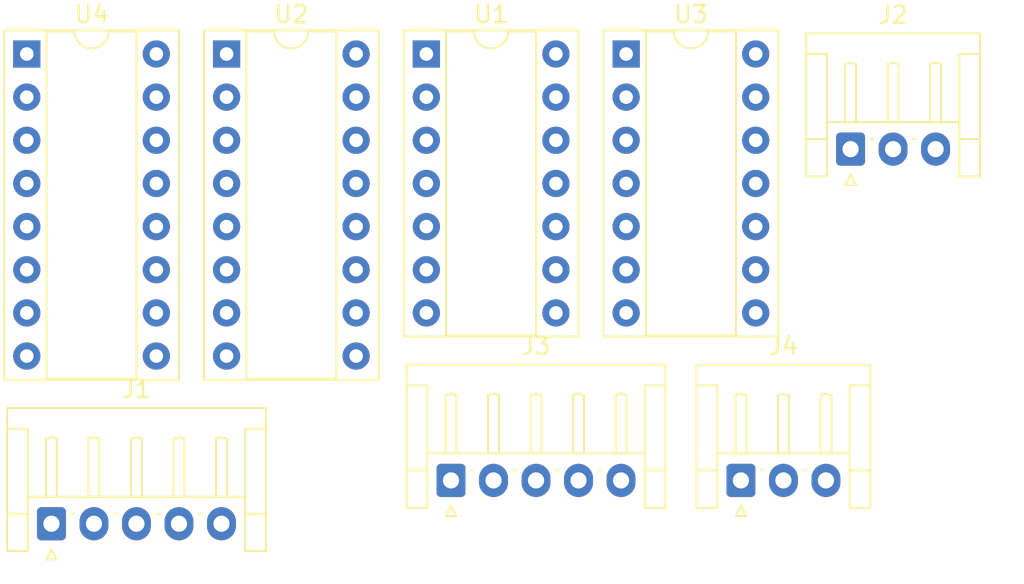
<source format=kicad_pcb>
(kicad_pcb (version 20211014) (generator pcbnew)
  (layers (0 "F.Cu" signal) (31 "B.Cu" signal) (34 "B.Paste" user) (35 "F.Paste" user) (36 "B.SilkS" user "B.Silkscreen") (37 "F.SilkS" user "F.Silkscreen") (38 "B.Mask" user) (39 "F.Mask" user) (44 "Edge.Cuts" user))
  (net 0 "")
  (net 1 "GND")
  (net 2 "VCC")
  (net 3 "Bn")
  (net 4 "An")
  (net 5 "Net-(J1-Pad5)")
  (net 6 "Sn")
  (net 7 "Cn")
  (net 8 "Net-(U1-Pad2)")
  (net 9 "Net-(J3-Pad5)")
  (net 10 "Dn")
  (net 11 "Born")
  (net 12 "Net-(U3-Pad2)")
  (footprint "Connector_JST:JST_EH_S5B-EH_1x05_P2.50mm_Horizontal" (layer "F.Cu") (at 140.34 106.67)
    (fp_text reference "J3" (at 5 -7.9) (layer "F.SilkS"))
    (fp_text value "Conn_01x05_Female")
    (fp_line (start 7.5 -5.09) (end 7.82 -5.01) (layer "F.SilkS") (width 0.12))
    (fp_line (start -0.32 -5.01) (end 0 -5.09) (layer "F.SilkS") (width 0.12))
    (fp_line (start 10.32 -1.59) (end 10 -1.59) (layer "F.SilkS") (width 0.12))
    (fp_line (start -0.32 -1.59) (end -0.32 -5.01) (layer "F.SilkS") (width 0.12))
    (fp_line (start 0 1.5) (end -0.3 2.1) (layer "F.SilkS") (width 0.12))
    (fp_line (start 12.61 -5.59) (end 11.39 -5.59) (layer "F.SilkS") (width 0.12))
    (fp_line (start -1.39 1.61) (end -2.61 1.61) (layer "F.SilkS") (width 0.12))
    (fp_line (start 2.18 -5.01) (end 2.5 -5.09) (layer "F.SilkS") (width 0.12))
    (fp_line (start 0.32 -5.01) (end 0.32 -1.59) (layer "F.SilkS") (width 0.12))
    (fp_line (start 5.32 -5.01) (end 5.32 -1.59) (layer "F.SilkS") (width 0.12))
    (fp_line (start 7.5 -1.59) (end 7.18 -1.59) (layer "F.SilkS") (width 0.12))
    (fp_line (start 11.39 1.61) (end 11.39 -0.59) (layer "F.SilkS") (width 0.12))
    (fp_line (start 3.67 -0.59) (end 3.83 -0.59) (layer "F.SilkS") (width 0.12))
    (fp_line (start 4.68 -1.59) (end 4.68 -5.01) (layer "F.SilkS") (width 0.12))
    (fp_line (start 6.17 -0.59) (end 6.33 -0.59) (layer "F.SilkS") (width 0.12))
    (fp_line (start -1.39 -0.59) (end -1.39 1.61) (layer "F.SilkS") (width 0.12))
    (fp_line (start 0.32 -1.59) (end 0 -1.59) (layer "F.SilkS") (width 0.12))
    (fp_line (start -2.61 -6.81) (end 12.61 -6.81) (layer "F.SilkS") (width 0.12))
    (fp_line (start 0 -5.09) (end 0.32 -5.01) (layer "F.SilkS") (width 0.12))
    (fp_line (start 2.82 -1.59) (end 2.5 -1.59) (layer "F.SilkS") (width 0.12))
    (fp_line (start 4.68 -5.01) (end 5 -5.09) (layer "F.SilkS") (width 0.12))
    (fp_line (start 11.39 -0.59) (end 12.61 -0.59) (layer "F.SilkS") (width 0.12))
    (fp_line (start 5.32 -1.59) (end 5 -1.59) (layer "F.SilkS") (width 0.12))
    (fp_line (start 9.68 -5.01) (end 10 -5.09) (layer "F.SilkS") (width 0.12))
    (fp_line (start 2.18 -1.59) (end 2.18 -5.01) (layer "F.SilkS") (width 0.12))
    (fp_line (start 7.82 -5.01) (end 7.82 -1.59) (layer "F.SilkS") (width 0.12))
    (fp_line (start 0.3 2.1) (end 0 1.5) (layer "F.SilkS") (width 0.12))
    (fp_line (start 7.18 -5.01) (end 7.5 -5.09) (layer "F.SilkS") (width 0.12))
    (fp_line (start 1.17 -0.59) (end 1.33 -0.59) (layer "F.SilkS") (width 0.12))
    (fp_line (start -1.39 -5.59) (end -1.39 -0.59) (layer "F.SilkS") (width 0.12))
    (fp_line (start 10 -5.09) (end 10.32 -5.01) (layer "F.SilkS") (width 0.12))
    (fp_line (start 11.39 -5.59) (end 11.39 -0.59) (layer "F.SilkS") (width 0.12))
    (fp_line (start -2.61 -5.59) (end -1.39 -5.59) (layer "F.SilkS") (width 0.12))
    (fp_line (start -1.39 -0.59) (end -2.61 -0.59) (layer "F.SilkS") (width 0.12))
    (fp_line (start -0.3 2.1) (end 0.3 2.1) (layer "F.SilkS") (width 0.12))
    (fp_line (start -2.61 1.61) (end -2.61 -6.81) (layer "F.SilkS") (width 0.12))
    (fp_line (start 2.82 -5.01) (end 2.82 -1.59) (layer "F.SilkS") (width 0.12))
    (fp_line (start 7.82 -1.59) (end 7.5 -1.59) (layer "F.SilkS") (width 0.12))
    (fp_line (start 10.32 -5.01) (end 10.32 -1.59) (layer "F.SilkS") (width 0.12))
    (fp_line (start 8.67 -0.59) (end 8.83 -0.59) (layer "F.SilkS") (width 0.12))
    (fp_line (start 5 -5.09) (end 5.32 -5.01) (layer "F.SilkS") (width 0.12))
    (fp_line (start 5 -1.59) (end 4.68 -1.59) (layer "F.SilkS") (width 0.12))
    (fp_line (start 12.61 -6.81) (end 12.61 1.61) (layer "F.SilkS") (width 0.12))
    (fp_line (start -1.39 -1.59) (end 11.39 -1.59) (layer "F.SilkS") (width 0.12))
    (fp_line (start 0 -1.59) (end -0.32 -1.59) (layer "F.SilkS") (width 0.12))
    (fp_line (start 12.61 1.61) (end 11.39 1.61) (layer "F.SilkS") (width 0.12))
    (fp_line (start 2.5 -5.09) (end 2.82 -5.01) (layer "F.SilkS") (width 0.12))
    (fp_line (start 2.5 -1.59) (end 2.18 -1.59) (layer "F.SilkS") (width 0.12))
    (fp_line (start 7.18 -1.59) (end 7.18 -5.01) (layer "F.SilkS") (width 0.12))
    (fp_line (start 9.68 -1.59) (end 9.68 -5.01) (layer "F.SilkS") (width 0.12))
    (fp_line (start 10 -1.59) (end 9.68 -1.59) (layer "F.SilkS") (width 0.12))
    (pad "1" thru_hole roundrect (at 0 0) (size 1.7 1.95) (drill 0.95) (layers *.Cu *.Mask) (roundrect_rratio 0.147059) (net 1 "GND"))
    (pad "2" thru_hole oval (at 2.5 0) (size 1.7 1.95) (drill 0.95) (layers *.Cu *.Mask) (net 2 "VCC"))
    (pad "3" thru_hole oval (at 5 0) (size 1.7 1.95) (drill 0.95) (layers *.Cu *.Mask) (net 3 "Bn"))
    (pad "4" thru_hole oval (at 7.5 0) (size 1.7 1.95) (drill 0.95) (layers *.Cu *.Mask) (net 4 "An"))
    (pad "5" thru_hole oval (at 10 0) (size 1.7 1.95) (drill 0.95) (layers *.Cu *.Mask) (net 9 "Net-(J3-Pad5)"))
  )
  (footprint "Package_DIP:DIP-16_W7.62mm_Socket" (layer "F.Cu") (at 127.14 81.57)
    (fp_text reference "U2" (at 3.81 -2.33) (layer "F.SilkS"))
    (fp_text value "74153")
    (fp_line (start 6.46 -1.33) (end 4.81 -1.33) (layer "F.SilkS") (width 0.12))
    (fp_line (start 8.95 19.17) (end 8.95 -1.39) (layer "F.SilkS") (width 0.12))
    (fp_line (start 8.95 -1.39) (end -1.33 -1.39) (layer "F.SilkS") (width 0.12))
    (fp_line (start 1.16 19.11) (end 6.46 19.11) (layer "F.SilkS") (width 0.12))
    (fp_line (start 6.46 19.11) (end 6.46 -1.33) (layer "F.SilkS") (width 0.12))
    (fp_line (start -1.33 -1.39) (end -1.33 19.17) (layer "F.SilkS") (width 0.12))
    (fp_line (start 1.16 -1.33) (end 1.16 19.11) (layer "F.SilkS") (width 0.12))
    (fp_line (start 2.81 -1.33) (end 1.16 -1.33) (layer "F.SilkS") (width 0.12))
    (fp_line (start -1.33 19.17) (end 8.95 19.17) (layer "F.SilkS") (width 0.12))
    (fp_arc (start 4.81 -1.33) (mid 3.81 -0.33) (end 2.81 -1.33) (layer "F.SilkS") (width 0.12))
    (pad "1" thru_hole rect (at 0 0) (size 1.6 1.6) (drill 0.8) (layers *.Cu *.Mask) (net 1 "GND"))
    (pad "2" thru_hole oval (at 0 2.54) (size 1.6 1.6) (drill 0.8) (layers *.Cu *.Mask) (net 4 "An"))
    (pad "3" thru_hole oval (at 0 5.08) (size 1.6 1.6) (drill 0.8) (layers *.Cu *.Mask) (net 5 "Net-(J1-Pad5)"))
    (pad "4" thru_hole oval (at 0 7.62) (size 1.6 1.6) (drill 0.8) (layers *.Cu *.Mask) (net 8 "Net-(U1-Pad2)"))
    (pad "5" thru_hole oval (at 0 10.16) (size 1.6 1.6) (drill 0.8) (layers *.Cu *.Mask) (net 8 "Net-(U1-Pad2)"))
    (pad "6" thru_hole oval (at 0 12.7) (size 1.6 1.6) (drill 0.8) (layers *.Cu *.Mask) (net 5 "Net-(J1-Pad5)"))
    (pad "7" thru_hole oval (at 0 15.24) (size 1.6 1.6) (drill 0.8) (layers *.Cu *.Mask) (net 6 "Sn"))
    (pad "8" thru_hole oval (at 0 17.78) (size 1.6 1.6) (drill 0.8) (layers *.Cu *.Mask) (net 1 "GND"))
    (pad "9" thru_hole oval (at 7.62 17.78) (size 1.6 1.6) (drill 0.8) (layers *.Cu *.Mask) (net 7 "Cn"))
    (pad "10" thru_hole oval (at 7.62 15.24) (size 1.6 1.6) (drill 0.8) (layers *.Cu *.Mask) (net 1 "GND"))
    (pad "11" thru_hole oval (at 7.62 12.7) (size 1.6 1.6) (drill 0.8) (layers *.Cu *.Mask) (net 5 "Net-(J1-Pad5)"))
    (pad "12" thru_hole oval (at 7.62 10.16) (size 1.6 1.6) (drill 0.8) (layers *.Cu *.Mask) (net 5 "Net-(J1-Pad5)"))
    (pad "13" thru_hole oval (at 7.62 7.62) (size 1.6 1.6) (drill 0.8) (layers *.Cu *.Mask) (net 2 "VCC"))
    (pad "14" thru_hole oval (at 7.62 5.08) (size 1.6 1.6) (drill 0.8) (layers *.Cu *.Mask) (net 3 "Bn"))
    (pad "15" thru_hole oval (at 7.62 2.54) (size 1.6 1.6) (drill 0.8) (layers *.Cu *.Mask) (net 1 "GND"))
    (pad "16" thru_hole oval (at 7.62 0) (size 1.6 1.6) (drill 0.8) (layers *.Cu *.Mask) (net 2 "VCC"))
  )
  (footprint "Connector_JST:JST_EH_S3B-EH_1x03_P2.50mm_Horizontal" (layer "F.Cu") (at 163.84 87.17)
    (fp_text reference "J2" (at 2.5 -7.9) (layer "F.SilkS"))
    (fp_text value "Conn_01x03_Female")
    (fp_line (start 5.32 -1.59) (end 5 -1.59) (layer "F.SilkS") (width 0.12))
    (fp_line (start -1.39 -0.59) (end -1.39 1.61) (layer "F.SilkS") (width 0.12))
    (fp_line (start -1.39 1.61) (end -2.61 1.61) (layer "F.SilkS") (width 0.12))
    (fp_line (start 7.61 -5.59) (end 6.39 -5.59) (layer "F.SilkS") (width 0.12))
    (fp_line (start 5 -5.09) (end 5.32 -5.01) (layer "F.SilkS") (width 0.12))
    (fp_line (start 4.68 -1.59) (end 4.68 -5.01) (layer "F.SilkS") (width 0.12))
    (fp_line (start 5.32 -5.01) (end 5.32 -1.59) (layer "F.SilkS") (width 0.12))
    (fp_line (start 7.61 1.61) (end 6.39 1.61) (layer "F.SilkS") (width 0.12))
    (fp_line (start -1.39 -1.59) (end 6.39 -1.59) (layer "F.SilkS") (width 0.12))
    (fp_line (start 5 -1.59) (end 4.68 -1.59) (layer "F.SilkS") (width 0.12))
    (fp_line (start 4.68 -5.01) (end 5 -5.09) (layer "F.SilkS") (width 0.12))
    (fp_line (start 0.32 -5.01) (end 0.32 -1.59) (layer "F.SilkS") (width 0.12))
    (fp_line (start 1.17 -0.59) (end 1.33 -0.59) (layer "F.SilkS") (width 0.12))
    (fp_line (start 6.39 1.61) (end 6.39 -0.59) (layer "F.SilkS") (width 0.12))
    (fp_line (start 6.39 -5.59) (end 6.39 -0.59) (layer "F.SilkS") (width 0.12))
    (fp_line (start -2.61 -6.81) (end 7.61 -6.81) (layer "F.SilkS") (width 0.12))
    (fp_line (start 0.3 2.1) (end 0 1.5) (layer "F.SilkS") (width 0.12))
    (fp_line (start -2.61 1.61) (end -2.61 -6.81) (layer "F.SilkS") (width 0.12))
    (fp_line (start 0 -1.59) (end -0.32 -1.59) (layer "F.SilkS") (width 0.12))
    (fp_line (start 0 1.5) (end -0.3 2.1) (layer "F.SilkS") (width 0.12))
    (fp_line (start -1.39 -5.59) (end -1.39 -0.59) (layer "F.SilkS") (width 0.12))
    (fp_line (start -1.39 -0.59) (end -2.61 -0.59) (layer "F.SilkS") (width 0.12))
    (fp_line (start 2.5 -5.09) (end 2.82 -5.01) (layer "F.SilkS") (width 0.12))
    (fp_line (start 0 -5.09) (end 0.32 -5.01) (layer "F.SilkS") (width 0.12))
    (fp_line (start 3.67 -0.59) (end 3.83 -0.59) (layer "F.SilkS") (width 0.12))
    (fp_line (start -2.61 -5.59) (end -1.39 -5.59) (layer "F.SilkS") (width 0.12))
    (fp_line (start 0.32 -1.59) (end 0 -1.59) (layer "F.SilkS") (width 0.12))
    (fp_line (start -0.32 -5.01) (end 0 -5.09) (layer "F.SilkS") (width 0.12))
    (fp_line (start 2.5 -1.59) (end 2.18 -1.59) (layer "F.SilkS") (width 0.12))
    (fp_line (start 7.61 -6.81) (end 7.61 1.61) (layer "F.SilkS") (width 0.12))
    (fp_line (start 2.82 -1.59) (end 2.5 -1.59) (layer "F.SilkS") (width 0.12))
    (fp_line (start 2.18 -5.01) (end 2.5 -5.09) (layer "F.SilkS") (width 0.12))
    (fp_line (start 2.82 -5.01) (end 2.82 -1.59) (layer "F.SilkS") (width 0.12))
    (fp_line (start -0.3 2.1) (end 0.3 2.1) (layer "F.SilkS") (width 0.12))
    (fp_line (start -0.32 -1.59) (end -0.32 -5.01) (layer "F.SilkS") (width 0.12))
    (fp_line (start 2.18 -1.59) (end 2.18 -5.01) (layer "F.SilkS") (width 0.12))
    (fp_line (start 6.39 -0.59) (end 7.61 -0.59) (layer "F.SilkS") (width 0.12))
    (pad "1" thru_hole roundrect (at 0 0) (size 1.7 1.95) (drill 0.95) (layers *.Cu *.Mask) (roundrect_rratio 0.147059) (net 6 "Sn"))
    (pad "2" thru_hole oval (at 2.5 0) (size 1.7 1.95) (drill 0.95) (layers *.Cu *.Mask) (net 7 "Cn"))
    (pad "3" thru_hole oval (at 5 0) (size 1.7 1.95) (drill 0.95) (layers *.Cu *.Mask) (net 1 "GND"))
  )
  (footprint "Connector_JST:JST_EH_S5B-EH_1x05_P2.50mm_Horizontal" (layer "F.Cu") (at 116.84 109.22)
    (fp_text reference "J1" (at 5 -7.9) (layer "F.SilkS"))
    (fp_text value "Conn_01x05_Female")
    (fp_line (start 5 -1.59) (end 4.68 -1.59) (layer "F.SilkS") (width 0.12))
    (fp_line (start -0.3 2.1) (end 0.3 2.1) (layer "F.SilkS") (width 0.12))
    (fp_line (start 5 -5.09) (end 5.32 -5.01) (layer "F.SilkS") (width 0.12))
    (fp_line (start -1.39 -0.59) (end -2.61 -0.59) (layer "F.SilkS") (width 0.12))
    (fp_line (start 0 -1.59) (end -0.32 -1.59) (layer "F.SilkS") (width 0.12))
    (fp_line (start 7.5 -1.59) (end 7.18 -1.59) (layer "F.SilkS") (width 0.12))
    (fp_line (start 12.61 -6.81) (end 12.61 1.61) (layer "F.SilkS") (width 0.12))
    (fp_line (start 5.32 -1.59) (end 5 -1.59) (layer "F.SilkS") (width 0.12))
    (fp_line (start 10 -1.59) (end 9.68 -1.59) (layer "F.SilkS") (width 0.12))
    (fp_line (start 7.5 -5.09) (end 7.82 -5.01) (layer "F.SilkS") (width 0.12))
    (fp_line (start 7.18 -1.59) (end 7.18 -5.01) (layer "F.SilkS") (width 0.12))
    (fp_line (start 12.61 -5.59) (end 11.39 -5.59) (layer "F.SilkS") (width 0.12))
    (fp_line (start 2.5 -5.09) (end 2.82 -5.01) (layer "F.SilkS") (width 0.12))
    (fp_line (start -0.32 -5.01) (end 0 -5.09) (layer "F.SilkS") (width 0.12))
    (fp_line (start -2.61 -5.59) (end -1.39 -5.59) (layer "F.SilkS") (width 0.12))
    (fp_line (start 2.82 -5.01) (end 2.82 -1.59) (layer "F.SilkS") (width 0.12))
    (fp_line (start 7.82 -5.01) (end 7.82 -1.59) (layer "F.SilkS") (width 0.12))
    (fp_line (start 0 -5.09) (end 0.32 -5.01) (layer "F.SilkS") (width 0.12))
    (fp_line (start 9.68 -5.01) (end 10 -5.09) (layer "F.SilkS") (width 0.12))
    (fp_line (start 11.39 -0.59) (end 12.61 -0.59) (layer "F.SilkS") (width 0.12))
    (fp_line (start 0 1.5) (end -0.3 2.1) (layer "F.SilkS") (width 0.12))
    (fp_line (start -1.39 -1.59) (end 11.39 -1.59) (layer "F.SilkS") (width 0.12))
    (fp_line (start 1.17 -0.59) (end 1.33 -0.59) (layer "F.SilkS") (width 0.12))
    (fp_line (start 10.32 -5.01) (end 10.32 -1.59) (layer "F.SilkS") (width 0.12))
    (fp_line (start 3.67 -0.59) (end 3.83 -0.59) (layer "F.SilkS") (width 0.12))
    (fp_line (start -0.32 -1.59) (end -0.32 -5.01) (layer "F.SilkS") (width 0.12))
    (fp_line (start 0.32 -1.59) (end 0 -1.59) (layer "F.SilkS") (width 0.12))
    (fp_line (start -1.39 -0.59) (end -1.39 1.61) (layer "F.SilkS") (width 0.12))
    (fp_line (start 2.5 -1.59) (end 2.18 -1.59) (layer "F.SilkS") (width 0.12))
    (fp_line (start 6.17 -0.59) (end 6.33 -0.59) (layer "F.SilkS") (width 0.12))
    (fp_line (start 11.39 -5.59) (end 11.39 -0.59) (layer "F.SilkS") (width 0.12))
    (fp_line (start -2.61 1.61) (end -2.61 -6.81) (layer "F.SilkS") (width 0.12))
    (fp_line (start 7.82 -1.59) (end 7.5 -1.59) (layer "F.SilkS") (width 0.12))
    (fp_line (start 4.68 -5.01) (end 5 -5.09) (layer "F.SilkS") (width 0.12))
    (fp_line (start 10 -5.09) (end 10.32 -5.01) (layer "F.SilkS") (width 0.12))
    (fp_line (start 7.18 -5.01) (end 7.5 -5.09) (layer "F.SilkS") (width 0.12))
    (fp_line (start 2.18 -1.59) (end 2.18 -5.01) (layer "F.SilkS") (width 0.12))
    (fp_line (start 10.32 -1.59) (end 10 -1.59) (layer "F.SilkS") (width 0.12))
    (fp_line (start 12.61 1.61) (end 11.39 1.61) (layer "F.SilkS") (width 0.12))
    (fp_line (start 0.3 2.1) (end 0 1.5) (layer "F.SilkS") (width 0.12))
    (fp_line (start 0.32 -5.01) (end 0.32 -1.59) (layer "F.SilkS") (width 0.12))
    (fp_line (start 11.39 1.61) (end 11.39 -0.59) (layer "F.SilkS") (width 0.12))
    (fp_line (start 5.32 -5.01) (end 5.32 -1.59) (layer "F.SilkS") (width 0.12))
    (fp_line (start 8.67 -0.59) (end 8.83 -0.59) (layer "F.SilkS") (width 0.12))
    (fp_line (start -2.61 -6.81) (end 12.61 -6.81) (layer "F.SilkS") (width 0.12))
    (fp_line (start -1.39 -5.59) (end -1.39 -0.59) (layer "F.SilkS") (width 0.12))
    (fp_line (start -1.39 1.61) (end -2.61 1.61) (layer "F.SilkS") (width 0.12))
    (fp_line (start 9.68 -1.59) (end 9.68 -5.01) (layer "F.SilkS") (width 0.12))
    (fp_line (start 2.18 -5.01) (end 2.5 -5.09) (layer "F.SilkS") (width 0.12))
    (fp_line (start 4.68 -1.59) (end 4.68 -5.01) (layer "F.SilkS") (width 0.12))
    (fp_line (start 2.82 -1.59) (end 2.5 -1.59) (layer "F.SilkS") (width 0.12))
    (pad "1" thru_hole roundrect (at 0 0) (size 1.7 1.95) (drill 0.95) (layers *.Cu *.Mask) (roundrect_rratio 0.147059) (net 1 "GND"))
    (pad "2" thru_hole oval (at 2.5 0) (size 1.7 1.95) (drill 0.95) (layers *.Cu *.Mask) (net 2 "VCC"))
    (pad "3" thru_hole oval (at 5 0) (size 1.7 1.95) (drill 0.95) (layers *.Cu *.Mask) (net 3 "Bn"))
    (pad "4" thru_hole oval (at 7.5 0) (size 1.7 1.95) (drill 0.95) (layers *.Cu *.Mask) (net 4 "An"))
    (pad "5" thru_hole oval (at 10 0) (size 1.7 1.95) (drill 0.95) (layers *.Cu *.Mask) (net 5 "Net-(J1-Pad5)"))
  )
  (footprint "Package_DIP:DIP-16_W7.62mm_Socket" (layer "F.Cu") (at 115.39 81.57)
    (fp_text reference "U4" (at 3.81 -2.33) (layer "F.SilkS"))
    (fp_text value "74153")
    (fp_line (start 8.95 19.17) (end 8.95 -1.39) (layer "F.SilkS") (width 0.12))
    (fp_line (start 6.46 -1.33) (end 4.81 -1.33) (layer "F.SilkS") (width 0.12))
    (fp_line (start 8.95 -1.39) (end -1.33 -1.39) (layer "F.SilkS") (width 0.12))
    (fp_line (start -1.33 -1.39) (end -1.33 19.17) (layer "F.SilkS") (width 0.12))
    (fp_line (start 1.16 19.11) (end 6.46 19.11) (layer "F.SilkS") (width 0.12))
    (fp_line (start 6.46 19.11) (end 6.46 -1.33) (layer "F.SilkS") (width 0.12))
    (fp_line (start 2.81 -1.33) (end 1.16 -1.33) (layer "F.SilkS") (width 0.12))
    (fp_line (start 1.16 -1.33) (end 1.16 19.11) (layer "F.SilkS") (width 0.12))
    (fp_line (start -1.33 19.17) (end 8.95 19.17) (layer "F.SilkS") (width 0.12))
    (fp_arc (start 4.81 -1.33) (mid 3.81 -0.33) (end 2.81 -1.33) (layer "F.SilkS") (width 0.12))
    (pad "1" thru_hole rect (at 0 0) (size 1.6 1.6) (drill 0.8) (layers *.Cu *.Mask) (net 1 "GND"))
    (pad "2" thru_hole oval (at 0 2.54) (size 1.6 1.6) (drill 0.8) (layers *.Cu *.Mask) (net 4 "An"))
    (pad "3" thru_hole oval (at 0 5.08) (size 1.6 1.6) (drill 0.8) (layers *.Cu *.Mask) (net 9 "Net-(J3-Pad5)"))
    (pad "4" thru_hole oval (at 0 7.62) (size 1.6 1.6) (drill 0.8) (layers *.Cu *.Mask) (net 12 "Net-(U3-Pad2)"))
    (pad "5" thru_hole oval (at 0 10.16) (size 1.6 1.6) (drill 0.8) (layers *.Cu *.Mask) (net 12 "Net-(U3-Pad2)"))
    (pad "6" thru_hole oval (at 0 12.7) (size 1.6 1.6) (drill 0.8) (layers *.Cu *.Mask) (net 9 "Net-(J3-Pad5)"))
    (pad "7" thru_hole oval (at 0 15.24) (size 1.6 1.6) (drill 0.8) (layers *.Cu *.Mask) (net 10 "Dn"))
    (pad "8" thru_hole oval (at 0 17.78) (size 1.6 1.6) (drill 0.8) (layers *.Cu *.Mask) (net 1 "GND"))
    (pad "9" thru_hole oval (at 7.62 17.78) (size 1.6 1.6) (drill 0.8) (layers *.Cu *.Mask) (net 11 "Born"))
    (pad "10" thru_hole oval (at 7.62 15.24) (size 1.6 1.6) (drill 0.8) (layers *.Cu *.Mask) (net 1 "GND"))
    (pad "11" thru_hole oval (at 7.62 12.7) (size 1.6 1.6) (drill 0.8) (layers *.Cu *.Mask) (net 2 "VCC"))
    (pad "12" thru_hole oval (at 7.62 10.16) (size 1.6 1.6) (drill 0.8) (layers *.Cu *.Mask) (net 1 "GND"))
    (pad "13" thru_hole oval (at 7.62 7.62) (size 1.6 1.6) (drill 0.8) (layers *.Cu *.Mask) (net 9 "Net-(J3-Pad5)"))
    (pad "14" thru_hole oval (at 7.62 5.08) (size 1.6 1.6) (drill 0.8) (layers *.Cu *.Mask) (net 3 "Bn"))
    (pad "15" thru_hole oval (at 7.62 2.54) (size 1.6 1.6) (drill 0.8) (layers *.Cu *.Mask) (net 1 "GND"))
    (pad "16" thru_hole oval (at 7.62 0) (size 1.6 1.6) (drill 0.8) (layers *.Cu *.Mask) (net 2 "VCC"))
  )
  (footprint "Package_DIP:DIP-14_W7.62mm_Socket" (layer "F.Cu") (at 138.89 81.57)
    (fp_text reference "U1" (at 3.81 -2.33) (layer "F.SilkS"))
    (fp_text value "7404")
    (fp_line (start 8.95 16.63) (end 8.95 -1.39) (layer "F.SilkS") (width 0.12))
    (fp_line (start -1.33 -1.39) (end -1.33 16.63) (layer "F.SilkS") (width 0.12))
    (fp_line (start 1.16 16.57) (end 6.46 16.57) (layer "F.SilkS") (width 0.12))
    (fp_line (start 6.46 -1.33) (end 4.81 -1.33) (layer "F.SilkS") (width 0.12))
    (fp_line (start 2.81 -1.33) (end 1.16 -1.33) (layer "F.SilkS") (width 0.12))
    (fp_line (start -1.33 16.63) (end 8.95 16.63) (layer "F.SilkS") (width 0.12))
    (fp_line (start 1.16 -1.33) (end 1.16 16.57) (layer "F.SilkS") (width 0.12))
    (fp_line (start 8.95 -1.39) (end -1.33 -1.39) (layer "F.SilkS") (width 0.12))
    (fp_line (start 6.46 16.57) (end 6.46 -1.33) (layer "F.SilkS") (width 0.12))
    (fp_arc (start 4.81 -1.33) (mid 3.81 -0.33) (end 2.81 -1.33) (layer "F.SilkS") (width 0.12))
    (pad "1" thru_hole rect (at 0 0) (size 1.6 1.6) (drill 0.8) (layers *.Cu *.Mask) (net 5 "Net-(J1-Pad5)"))
    (pad "2" thru_hole oval (at 0 2.54) (size 1.6 1.6) (drill 0.8) (layers *.Cu *.Mask) (net 8 "Net-(U1-Pad2)"))
    (pad "3" thru_hole oval (at 0 5.08) (size 1.6 1.6) (drill 0.8) (layers *.Cu *.Mask))
    (pad "4" thru_hole oval (at 0 7.62) (size 1.6 1.6) (drill 0.8) (layers *.Cu *.Mask))
    (pad "5" thru_hole oval (at 0 10.16) (size 1.6 1.6) (drill 0.8) (layers *.Cu *.Mask))
    (pad "6" thru_hole oval (at 0 12.7) (size 1.6 1.6) (drill 0.8) (layers *.Cu *.Mask))
    (pad "7" thru_hole oval (at 0 15.24) (size 1.6 1.6) (drill 0.8) (layers *.Cu *.Mask) (net 1 "GND"))
    (pad "8" thru_hole oval (at 7.62 15.24) (size 1.6 1.6) (drill 0.8) (layers *.Cu *.Mask))
    (pad "9" thru_hole oval (at 7.62 12.7) (size 1.6 1.6) (drill 0.8) (layers *.Cu *.Mask))
    (pad "10" thru_hole oval (at 7.62 10.16) (size 1.6 1.6) (drill 0.8) (layers *.Cu *.Mask))
    (pad "11" thru_hole oval (at 7.62 7.62) (size 1.6 1.6) (drill 0.8) (layers *.Cu *.Mask))
    (pad "12" thru_hole oval (at 7.62 5.08) (size 1.6 1.6) (drill 0.8) (layers *.Cu *.Mask))
    (pad "13" thru_hole oval (at 7.62 2.54) (size 1.6 1.6) (drill 0.8) (layers *.Cu *.Mask))
    (pad "14" thru_hole oval (at 7.62 0) (size 1.6 1.6) (drill 0.8) (layers *.Cu *.Mask) (net 2 "VCC"))
  )
  (footprint "Package_DIP:DIP-14_W7.62mm_Socket" (layer "F.Cu") (at 150.64 81.57)
    (fp_text reference "U3" (at 3.81 -2.33) (layer "F.SilkS"))
    (fp_text value "7404")
    (fp_line (start -1.33 16.63) (end 8.95 16.63) (layer "F.SilkS") (width 0.12))
    (fp_line (start 1.16 16.57) (end 6.46 16.57) (layer "F.SilkS") (width 0.12))
    (fp_line (start 8.95 16.63) (end 8.95 -1.39) (layer "F.SilkS") (width 0.12))
    (fp_line (start -1.33 -1.39) (end -1.33 16.63) (layer "F.SilkS") (width 0.12))
    (fp_line (start 2.81 -1.33) (end 1.16 -1.33) (layer "F.SilkS") (width 0.12))
    (fp_line (start 8.95 -1.39) (end -1.33 -1.39) (layer "F.SilkS") (width 0.12))
    (fp_line (start 6.46 -1.33) (end 4.81 -1.33) (layer "F.SilkS") (width 0.12))
    (fp_line (start 1.16 -1.33) (end 1.16 16.57) (layer "F.SilkS") (width 0.12))
    (fp_line (start 6.46 16.57) (end 6.46 -1.33) (layer "F.SilkS") (width 0.12))
    (fp_arc (start 4.81 -1.33) (mid 3.81 -0.33) (end 2.81 -1.33) (layer "F.SilkS") (width 0.12))
    (pad "1" thru_hole rect (at 0 0) (size 1.6 1.6) (drill 0.8) (layers *.Cu *.Mask) (net 9 "Net-(J3-Pad5)"))
    (pad "2" thru_hole oval (at 0 2.54) (size 1.6 1.6) (drill 0.8) (layers *.Cu *.Mask) (net 12 "Net-(U3-Pad2)"))
    (pad "3" thru_hole oval (at 0 5.08) (size 1.6 1.6) (drill 0.8) (layers *.Cu *.Mask))
    (pad "4" thru_hole oval (at 0 7.62) (size 1.6 1.6) (drill 0.8) (layers *.Cu *.Mask))
    (pad "5" thru_hole oval (at 0 10.16) (size 1.6 1.6) (drill 0.8) (layers *.Cu *.Mask))
    (pad "6" thru_hole oval (at 0 12.7) (size 1.6 1.6) (drill 0.8) (layers *.Cu *.Mask))
    (pad "7" thru_hole oval (at 0 15.24) (size 1.6 1.6) (drill 0.8) (layers *.Cu *.Mask) (net 1 "GND"))
    (pad "8" thru_hole oval (at 7.62 15.24) (size 1.6 1.6) (drill 0.8) (layers *.Cu *.Mask))
    (pad "9" thru_hole oval (at 7.62 12.7) (size 1.6 1.6) (drill 0.8) (layers *.Cu *.Mask))
    (pad "10" thru_hole oval (at 7.62 10.16) (size 1.6 1.6) (drill 0.8) (layers *.Cu *.Mask))
    (pad "11" thru_hole oval (at 7.62 7.62) (size 1.6 1.6) (drill 0.8) (layers *.Cu *.Mask))
    (pad "12" thru_hole oval (at 7.62 5.08) (size 1.6 1.6) (drill 0.8) (layers *.Cu *.Mask))
    (pad "13" thru_hole oval (at 7.62 2.54) (size 1.6 1.6) (drill 0.8) (layers *.Cu *.Mask))
    (pad "14" thru_hole oval (at 7.62 0) (size 1.6 1.6) (drill 0.8) (layers *.Cu *.Mask) (net 2 "VCC"))
  )
  (footprint "Connector_JST:JST_EH_S3B-EH_1x03_P2.50mm_Horizontal" (layer "F.Cu") (at 157.39 106.67)
    (fp_text reference "J4" (at 2.5 -7.9) (layer "F.SilkS"))
    (fp_text value "Conn_01x03_Female")
    (fp_line (start 0.3 2.1) (end 0 1.5) (layer "F.SilkS") (width 0.12))
    (fp_line (start 5.32 -1.59) (end 5 -1.59) (layer "F.SilkS") (width 0.12))
    (fp_line (start 7.61 1.61) (end 6.39 1.61) (layer "F.SilkS") (width 0.12))
    (fp_line (start 2.18 -5.01) (end 2.5 -5.09) (layer "F.SilkS") (width 0.12))
    (fp_line (start 6.39 -5.59) (end 6.39 -0.59) (layer "F.SilkS") (width 0.12))
    (fp_line (start -1.39 -1.59) (end 6.39 -1.59) (layer "F.SilkS") (width 0.12))
    (fp_line (start 2.5 -5.09) (end 2.82 -5.01) (layer "F.SilkS") (width 0.12))
    (fp_line (start 3.67 -0.59) (end 3.83 -0.59) (layer "F.SilkS") (width 0.12))
    (fp_line (start 5.32 -5.01) (end 5.32 -1.59) (layer "F.SilkS") (width 0.12))
    (fp_line (start 0 -1.59) (end -0.32 -1.59) (layer "F.SilkS") (width 0.12))
    (fp_line (start -1.39 -0.59) (end -2.61 -0.59) (layer "F.SilkS") (width 0.12))
    (fp_line (start -1.39 -5.59) (end -1.39 -0.59) (layer "F.SilkS") (width 0.12))
    (fp_line (start 5 -1.59) (end 4.68 -1.59) (layer "F.SilkS") (width 0.12))
    (fp_line (start 0 -5.09) (end 0.32 -5.01) (layer "F.SilkS") (width 0.12))
    (fp_line (start -1.39 1.61) (end -2.61 1.61) (layer "F.SilkS") (width 0.12))
    (fp_line (start 0 1.5) (end -0.3 2.1) (layer "F.SilkS") (width 0.12))
    (fp_line (start 7.61 -5.59) (end 6.39 -5.59) (layer "F.SilkS") (width 0.12))
    (fp_line (start 2.82 -5.01) (end 2.82 -1.59) (layer "F.SilkS") (width 0.12))
    (fp_line (start -1.39 -0.59) (end -1.39 1.61) (layer "F.SilkS") (width 0.12))
    (fp_line (start 2.82 -1.59) (end 2.5 -1.59) (layer "F.SilkS") (width 0.12))
    (fp_line (start -0.3 2.1) (end 0.3 2.1) (layer "F.SilkS") (width 0.12))
    (fp_line (start 1.17 -0.59) (end 1.33 -0.59) (layer "F.SilkS") (width 0.12))
    (fp_line (start 4.68 -1.59) (end 4.68 -5.01) (layer "F.SilkS") (width 0.12))
    (fp_line (start 0.32 -5.01) (end 0.32 -1.59) (layer "F.SilkS") (width 0.12))
    (fp_line (start 2.5 -1.59) (end 2.18 -1.59) (layer "F.SilkS") (width 0.12))
    (fp_line (start 5 -5.09) (end 5.32 -5.01) (layer "F.SilkS") (width 0.12))
    (fp_line (start 0.32 -1.59) (end 0 -1.59) (layer "F.SilkS") (width 0.12))
    (fp_line (start -2.61 -6.81) (end 7.61 -6.81) (layer "F.SilkS") (width 0.12))
    (fp_line (start 6.39 1.61) (end 6.39 -0.59) (layer "F.SilkS") (width 0.12))
    (fp_line (start 2.18 -1.59) (end 2.18 -5.01) (layer "F.SilkS") (width 0.12))
    (fp_line (start -0.32 -5.01) (end 0 -5.09) (layer "F.SilkS") (width 0.12))
    (fp_line (start 4.68 -5.01) (end 5 -5.09) (layer "F.SilkS") (width 0.12))
    (fp_line (start -2.61 1.61) (end -2.61 -6.81) (layer "F.SilkS") (width 0.12))
    (fp_line (start -2.61 -5.59) (end -1.39 -5.59) (layer "F.SilkS") (width 0.12))
    (fp_line (start -0.32 -1.59) (end -0.32 -5.01) (layer "F.SilkS") (width 0.12))
    (fp_line (start 7.61 -6.81) (end 7.61 1.61) (layer "F.SilkS") (width 0.12))
    (fp_line (start 6.39 -0.59) (end 7.61 -0.59) (layer "F.SilkS") (width 0.12))
    (pad "1" thru_hole roundrect (at 0 0) (size 1.7 1.95) (drill 0.95) (layers *.Cu *.Mask) (roundrect_rratio 0.147059) (net 10 "Dn"))
    (pad "2" thru_hole oval (at 2.5 0) (size 1.7 1.95) (drill 0.95) (layers *.Cu *.Mask) (net 11 "Born"))
    (pad "3" thru_hole oval (at 5 0) (size 1.7 1.95) (drill 0.95) (layers *.Cu *.Mask) (net 1 "GND"))
  )
)
</source>
